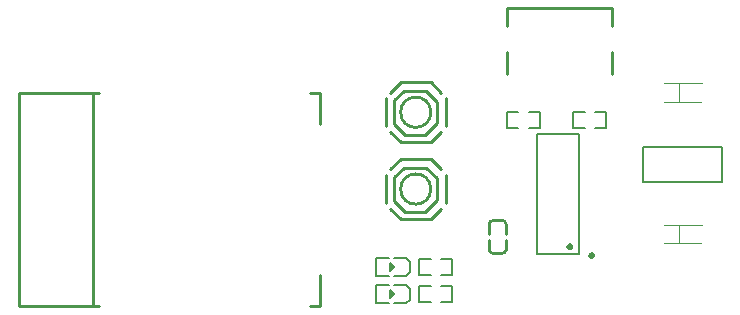
<source format=gto>
G04 #@! TF.GenerationSoftware,KiCad,Pcbnew,8.0.7-8.0.7-0~ubuntu22.04.1*
G04 #@! TF.CreationDate,2025-01-18T09:20:26+01:00*
G04 #@! TF.ProjectId,esp32_boilerplate,65737033-325f-4626-9f69-6c6572706c61,rev?*
G04 #@! TF.SameCoordinates,Original*
G04 #@! TF.FileFunction,Legend,Top*
G04 #@! TF.FilePolarity,Positive*
%FSLAX46Y46*%
G04 Gerber Fmt 4.6, Leading zero omitted, Abs format (unit mm)*
G04 Created by KiCad (PCBNEW 8.0.7-8.0.7-0~ubuntu22.04.1) date 2025-01-18 09:20:26*
%MOMM*%
%LPD*%
G01*
G04 APERTURE LIST*
%ADD10C,0.150000*%
%ADD11C,0.250000*%
%ADD12C,0.080000*%
%ADD13C,0.300000*%
G04 APERTURE END LIST*
D10*
G04 #@! TO.C,U2*
X47270000Y-10452000D02*
X53930000Y-10452000D01*
X47270000Y-13392000D02*
X47270000Y-10452000D01*
X53930000Y-10452000D02*
X53930000Y-13392000D01*
X53930000Y-13392000D02*
X47270000Y-13392000D01*
D11*
G04 #@! TO.C,USBC1*
X35704000Y1304500D02*
X35704000Y-175500D01*
X35704000Y1304500D02*
X44644000Y1304500D01*
X35704000Y-2415500D02*
X35704000Y-4275500D01*
X44644000Y1304500D02*
X44644000Y-175500D01*
X44644000Y-2415500D02*
X44644000Y-4275500D01*
G04 #@! TO.C,C1*
X34220000Y-17770000D02*
X34220000Y-16970000D01*
X34220000Y-18330000D02*
X34220000Y-19130000D01*
X34530000Y-16660000D02*
X35330000Y-16660000D01*
X35330000Y-19440000D02*
X34530000Y-19440000D01*
X35640000Y-17770000D02*
X35640000Y-16970000D01*
X35640000Y-18330000D02*
X35640000Y-19130000D01*
X34220000Y-16970000D02*
G75*
G02*
X34530000Y-16660000I310000J0D01*
G01*
X34530000Y-19440000D02*
G75*
G02*
X34220000Y-19130000I0J310000D01*
G01*
X35330000Y-16660000D02*
G75*
G02*
X35640000Y-16970000I0J-310000D01*
G01*
X35640000Y-19130000D02*
G75*
G02*
X35330000Y-19440000I-310000J0D01*
G01*
G04 #@! TO.C,U3*
X-5580000Y-5900000D02*
X-5580000Y-23900000D01*
X-5580000Y-5900000D02*
X880000Y-5900000D01*
X-5580000Y-23900000D02*
X870000Y-23900000D01*
X700000Y-5900000D02*
X700000Y-23900000D01*
X700000Y-23900000D02*
X1210000Y-23900000D01*
X1210000Y-5880000D02*
X700000Y-5880000D01*
X19080000Y-23900000D02*
X19920000Y-23900000D01*
X19920000Y-5880000D02*
X19080000Y-5880000D01*
X19920000Y-8500000D02*
X19920000Y-5880000D01*
X19920000Y-23900000D02*
X19920000Y-21300000D01*
D12*
G04 #@! TO.C,C3*
X49000000Y-17000000D02*
X52200000Y-17000000D01*
X49020000Y-18600000D02*
X52170000Y-18600000D01*
X50280000Y-18600000D02*
X50280000Y-17000000D01*
D10*
G04 #@! TO.C,R3*
X28310000Y-22240000D02*
X28310000Y-23560000D01*
X28310000Y-23560000D02*
X29270000Y-23560000D01*
X29270000Y-22240000D02*
X28310000Y-22240000D01*
X30130000Y-22240000D02*
X31090000Y-22240000D01*
X31090000Y-22240000D02*
X31090000Y-23560000D01*
X31090000Y-23560000D02*
X30130000Y-23560000D01*
G04 #@! TO.C,U1*
X38260000Y-9370000D02*
X41800000Y-9370000D01*
X38260000Y-19530000D02*
X38260000Y-9370000D01*
X41800000Y-9370000D02*
X41800000Y-19530000D01*
X41800000Y-19530000D02*
X38260000Y-19530000D01*
D13*
X41200000Y-18900000D02*
G75*
G02*
X40900000Y-18900000I-150000J0D01*
G01*
X40900000Y-18900000D02*
G75*
G02*
X41200000Y-18900000I150000J0D01*
G01*
X43050000Y-19630000D02*
G75*
G02*
X42750000Y-19630000I-150000J0D01*
G01*
X42750000Y-19630000D02*
G75*
G02*
X43050000Y-19630000I150000J0D01*
G01*
D10*
G04 #@! TO.C,R1*
X35736000Y-7490000D02*
X36696000Y-7490000D01*
X35736000Y-8810000D02*
X35736000Y-7490000D01*
X36696000Y-8810000D02*
X35736000Y-8810000D01*
X37556000Y-8810000D02*
X38516000Y-8810000D01*
X38516000Y-7490000D02*
X37556000Y-7490000D01*
X38516000Y-8810000D02*
X38516000Y-7490000D01*
D11*
G04 #@! TO.C,SW2*
X25450000Y-12830000D02*
X25450000Y-15170000D01*
X25830000Y-15660000D02*
X26720000Y-16550000D01*
X26200000Y-13000000D02*
X27000000Y-12200000D01*
X26200000Y-15000000D02*
X26200000Y-13000000D01*
X26720000Y-11450000D02*
X25830000Y-12340000D01*
X26720000Y-11450000D02*
X29280000Y-11450000D01*
X26720000Y-16550000D02*
X29280000Y-16550000D01*
X27000000Y-12200000D02*
X28900000Y-12200000D01*
X27100000Y-15900000D02*
X26200000Y-15000000D01*
X28800000Y-15900000D02*
X27100000Y-15900000D01*
X28900000Y-12200000D02*
X29800000Y-13100000D01*
X29280000Y-11450000D02*
X30170000Y-12340000D01*
X29800000Y-13100000D02*
X29800000Y-14900000D01*
X29800000Y-14900000D02*
X28800000Y-15900000D01*
X30170000Y-15660000D02*
X29280000Y-16550000D01*
X30550000Y-12830000D02*
X30550000Y-15170000D01*
X29280000Y-14000000D02*
G75*
G02*
X26720000Y-14000000I-1280000J0D01*
G01*
X26720000Y-14000000D02*
G75*
G02*
X29280000Y-14000000I1280000J0D01*
G01*
D10*
G04 #@! TO.C,R2*
X41340000Y-7490000D02*
X41340000Y-8810000D01*
X41340000Y-8810000D02*
X42300000Y-8810000D01*
X42300000Y-7490000D02*
X41340000Y-7490000D01*
X43160000Y-7490000D02*
X44120000Y-7490000D01*
X44120000Y-7490000D02*
X44120000Y-8810000D01*
X44120000Y-8810000D02*
X43160000Y-8810000D01*
D12*
G04 #@! TO.C,C2*
X49000000Y-5000000D02*
X52200000Y-5000000D01*
X49020000Y-6600000D02*
X52170000Y-6600000D01*
X50280000Y-6600000D02*
X50280000Y-5000000D01*
D10*
G04 #@! TO.C,LED2*
X24610000Y-21350000D02*
X24610000Y-19870000D01*
X25760000Y-19850000D02*
X24610000Y-19850000D01*
X25760000Y-21350000D02*
X24610000Y-21350000D01*
X25780000Y-20270000D02*
X25790000Y-20270000D01*
X25780000Y-20600000D02*
X26120000Y-20600000D01*
X25780000Y-20940000D02*
X26120000Y-20600000D01*
X25780000Y-20950000D02*
X25780000Y-20270000D01*
X25780000Y-20950000D02*
X25780000Y-20940000D01*
X25790000Y-20270000D02*
X26120000Y-20600000D01*
X26140000Y-19850000D02*
X27190000Y-19850000D01*
X26140000Y-21350000D02*
X27190000Y-21350000D01*
X27490000Y-20150000D02*
X27190000Y-19850000D01*
X27490000Y-20250000D02*
X27490000Y-20150000D01*
X27490000Y-20950000D02*
X27490000Y-20250000D01*
X27490000Y-20950000D02*
X27490000Y-21050000D01*
X27490000Y-21050000D02*
X27190000Y-21350000D01*
G04 #@! TO.C,R7*
X28310000Y-19940000D02*
X28310000Y-21260000D01*
X28310000Y-21260000D02*
X29270000Y-21260000D01*
X29270000Y-19940000D02*
X28310000Y-19940000D01*
X30130000Y-19940000D02*
X31090000Y-19940000D01*
X31090000Y-19940000D02*
X31090000Y-21260000D01*
X31090000Y-21260000D02*
X30130000Y-21260000D01*
D11*
G04 #@! TO.C,SW1*
X25450000Y-6330000D02*
X25450000Y-8670000D01*
X25830000Y-9160000D02*
X26720000Y-10050000D01*
X26200000Y-6500000D02*
X27000000Y-5700000D01*
X26200000Y-8500000D02*
X26200000Y-6500000D01*
X26720000Y-4950000D02*
X25830000Y-5840000D01*
X26720000Y-4950000D02*
X29280000Y-4950000D01*
X26720000Y-10050000D02*
X29280000Y-10050000D01*
X27000000Y-5700000D02*
X28900000Y-5700000D01*
X27100000Y-9400000D02*
X26200000Y-8500000D01*
X28800000Y-9400000D02*
X27100000Y-9400000D01*
X28900000Y-5700000D02*
X29800000Y-6600000D01*
X29280000Y-4950000D02*
X30170000Y-5840000D01*
X29800000Y-6600000D02*
X29800000Y-8400000D01*
X29800000Y-8400000D02*
X28800000Y-9400000D01*
X30170000Y-9160000D02*
X29280000Y-10050000D01*
X30550000Y-6330000D02*
X30550000Y-8670000D01*
X29280000Y-7500000D02*
G75*
G02*
X26720000Y-7500000I-1280000J0D01*
G01*
X26720000Y-7500000D02*
G75*
G02*
X29280000Y-7500000I1280000J0D01*
G01*
D10*
G04 #@! TO.C,LED1*
X24610000Y-23663000D02*
X24610000Y-22183000D01*
X25760000Y-22163000D02*
X24610000Y-22163000D01*
X25760000Y-23663000D02*
X24610000Y-23663000D01*
X25780000Y-22583000D02*
X25790000Y-22583000D01*
X25780000Y-22913000D02*
X26120000Y-22913000D01*
X25780000Y-23253000D02*
X26120000Y-22913000D01*
X25780000Y-23263000D02*
X25780000Y-22583000D01*
X25780000Y-23263000D02*
X25780000Y-23253000D01*
X25790000Y-22583000D02*
X26120000Y-22913000D01*
X26140000Y-22163000D02*
X27190000Y-22163000D01*
X26140000Y-23663000D02*
X27190000Y-23663000D01*
X27490000Y-22463000D02*
X27190000Y-22163000D01*
X27490000Y-22563000D02*
X27490000Y-22463000D01*
X27490000Y-23263000D02*
X27490000Y-22563000D01*
X27490000Y-23263000D02*
X27490000Y-23363000D01*
X27490000Y-23363000D02*
X27190000Y-23663000D01*
G04 #@! TD*
M02*

</source>
